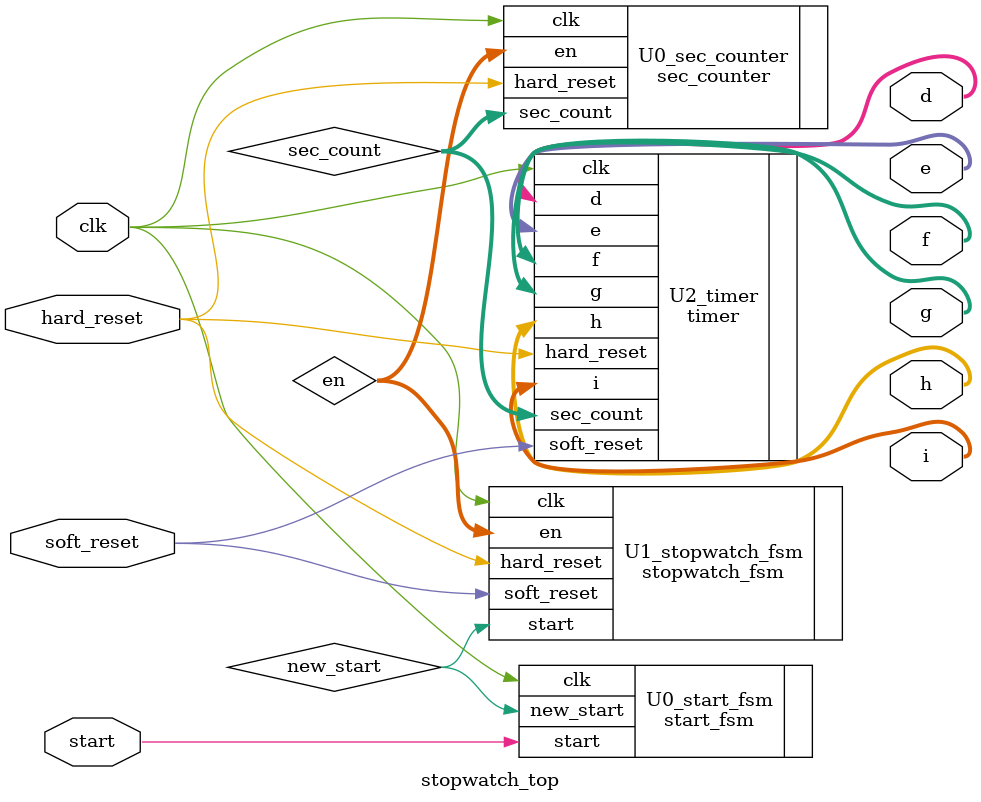
<source format=v>
module stopwatch_top(
                     clk,
                     hard_reset,
                     start,
		     soft_reset,
                     d,
                     e,
                     f,
                     g,
                     h,
                     i
                     );
                     
input clk;
input hard_reset;
input start;
input soft_reset;

output [3:0] d;
output [3:0] e;
output [3:0] f;
output [3:0] g;
output [3:0] h;
output [3:0] i;

wire [18:0] sec_count;
wire [1:0] en;
wire new_start;

sec_counter U0_sec_counter(
                        .clk(clk),
                        .hard_reset(hard_reset),
                        .en(en),
                        .sec_count(sec_count)
                        );

start_fsm U0_start_fsm(.clk(clk),
			.start(start),
			.new_start(new_start));
                        
stopwatch_fsm U1_stopwatch_fsm(
                           .clk(clk),
                           .soft_reset(soft_reset),
                           .hard_reset(hard_reset),
                           .start(new_start),
                           .en(en)
                           );
           
timer U2_timer(
            .clk(clk),
            .hard_reset(hard_reset),
	     .soft_reset(soft_reset),
            .sec_count(sec_count),
            .d(d),
            .e(e),
            .f(f),
            .g(g),
            .h(h),
            .i(i)
            );
            
endmodule


</source>
